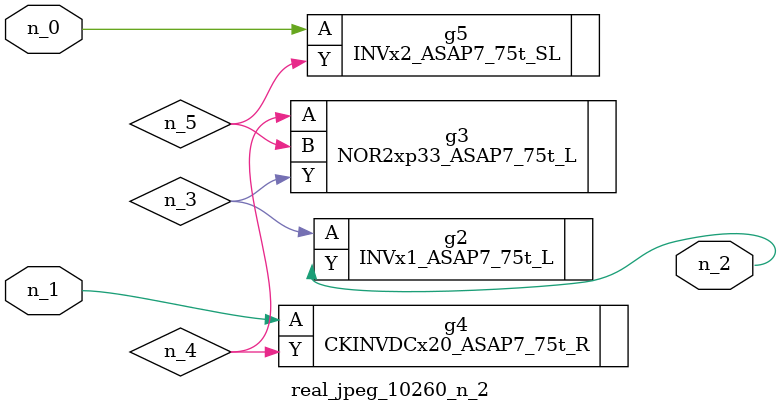
<source format=v>
module real_jpeg_10260_n_2 (n_1, n_0, n_2);

input n_1;
input n_0;

output n_2;

wire n_5;
wire n_4;
wire n_3;

INVx2_ASAP7_75t_SL g5 ( 
.A(n_0),
.Y(n_5)
);

CKINVDCx20_ASAP7_75t_R g4 ( 
.A(n_1),
.Y(n_4)
);

INVx1_ASAP7_75t_L g2 ( 
.A(n_3),
.Y(n_2)
);

NOR2xp33_ASAP7_75t_L g3 ( 
.A(n_4),
.B(n_5),
.Y(n_3)
);


endmodule
</source>
